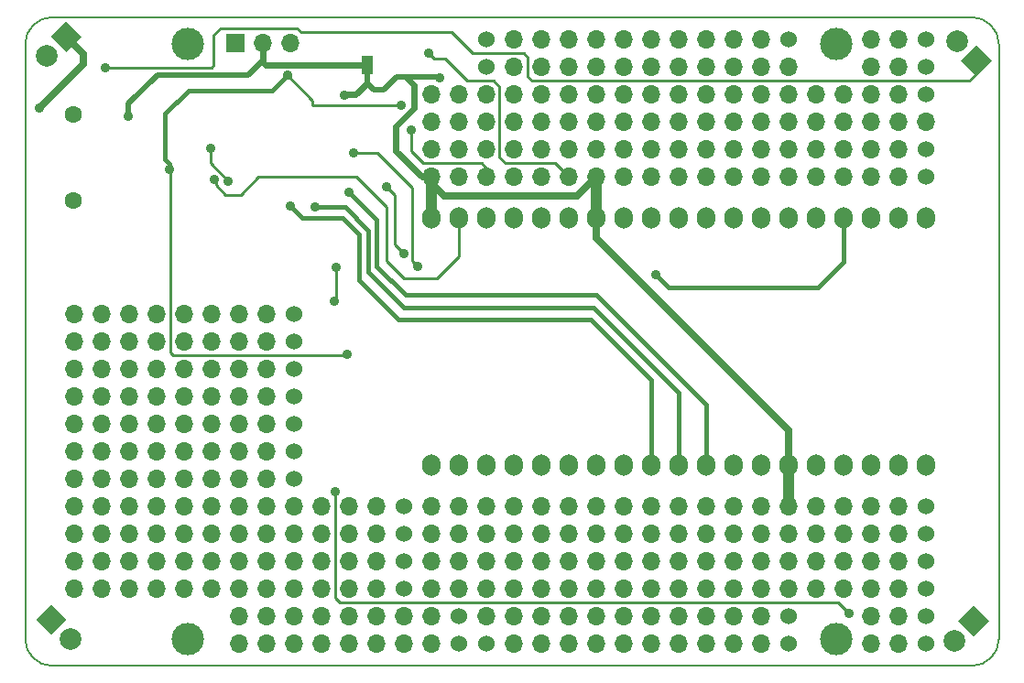
<source format=gbr>
G04 #@! TF.FileFunction,Copper,L2,Bot,Signal*
%FSLAX46Y46*%
G04 Gerber Fmt 4.6, Leading zero omitted, Abs format (unit mm)*
G04 Created by KiCad (PCBNEW (2015-01-16 BZR 5376)-product) date 12-May-17 12:05:33 PM*
%MOMM*%
G01*
G04 APERTURE LIST*
%ADD10C,0.100000*%
%ADD11C,0.150000*%
%ADD12O,1.700000X2.000000*%
%ADD13C,1.524000*%
%ADD14O,1.700000X1.700000*%
%ADD15C,2.000000*%
%ADD16R,1.700000X1.700000*%
%ADD17C,1.600000*%
%ADD18C,3.000000*%
%ADD19R,1.000000X1.700000*%
%ADD20C,0.889000*%
%ADD21C,0.910000*%
%ADD22C,0.254000*%
%ADD23C,0.400000*%
%ADD24C,0.250000*%
%ADD25C,1.000000*%
%ADD26C,0.600000*%
%ADD27C,0.700000*%
%ADD28C,0.500000*%
G04 APERTURE END LIST*
D10*
D11*
X45000000Y-52500000D02*
X45000000Y-107500000D01*
X132500000Y-50000000D02*
X47500000Y-50000000D01*
X135000000Y-107500000D02*
X135000000Y-52500000D01*
X47500000Y-110000000D02*
X132500000Y-110000000D01*
X45000000Y-107500000D02*
G75*
G03X47500000Y-110000000I2500000J0D01*
G01*
X132500000Y-110000000D02*
G75*
G03X135000000Y-107500000I0J2500000D01*
G01*
X135000000Y-52500000D02*
G75*
G03X132500000Y-50000000I-2500000J0D01*
G01*
X47500000Y-50000000D02*
G75*
G03X45000000Y-52500000I0J-2500000D01*
G01*
D12*
X128270000Y-68580000D03*
X125730000Y-68580000D03*
X123190000Y-68580000D03*
X120650000Y-68580000D03*
X118110000Y-68580000D03*
X115570000Y-68580000D03*
X113030000Y-68580000D03*
X110490000Y-68580000D03*
X107950000Y-68580000D03*
X105410000Y-68580000D03*
X102870000Y-68580000D03*
X100330000Y-68580000D03*
X97790000Y-68580000D03*
X95250000Y-68580000D03*
X92710000Y-68580000D03*
X90170000Y-68580000D03*
X87630000Y-68580000D03*
X85090000Y-68580000D03*
X82550000Y-68580000D03*
X82550000Y-91440000D03*
X85090000Y-91440000D03*
X87630000Y-91440000D03*
X90170000Y-91440000D03*
X92710000Y-91440000D03*
X95250000Y-91440000D03*
X97790000Y-91440000D03*
X100330000Y-91440000D03*
X102870000Y-91440000D03*
X105410000Y-91440000D03*
X107950000Y-91440000D03*
X110490000Y-91440000D03*
X113030000Y-91440000D03*
X115570000Y-91440000D03*
X118110000Y-91440000D03*
X120650000Y-91440000D03*
X123190000Y-91440000D03*
X125730000Y-91440000D03*
X128270000Y-91440000D03*
D13*
X87630000Y-52070000D03*
D14*
X90170000Y-52070000D03*
X92710000Y-52070000D03*
D13*
X87630000Y-54610000D03*
D14*
X90170000Y-54610000D03*
X92710000Y-54610000D03*
D13*
X87630000Y-107950000D03*
D14*
X90170000Y-107950000D03*
X92710000Y-107950000D03*
X87630000Y-105410000D03*
X90170000Y-105410000D03*
X92710000Y-105410000D03*
D15*
X49174400Y-107492800D03*
D10*
G36*
X48792563Y-105696749D02*
X47378349Y-107110963D01*
X45964135Y-105696749D01*
X47378349Y-104282535D01*
X48792563Y-105696749D01*
X48792563Y-105696749D01*
G37*
D15*
X130860800Y-107645200D03*
D10*
G36*
X132656851Y-107263363D02*
X131242637Y-105849149D01*
X132656851Y-104434935D01*
X134071065Y-105849149D01*
X132656851Y-107263363D01*
X132656851Y-107263363D01*
G37*
D15*
X131114800Y-52222400D03*
D10*
G36*
X131496637Y-54018451D02*
X132910851Y-52604237D01*
X134325065Y-54018451D01*
X132910851Y-55432665D01*
X131496637Y-54018451D01*
X131496637Y-54018451D01*
G37*
D15*
X46990000Y-53594000D03*
D10*
G36*
X48786051Y-53212163D02*
X47371837Y-51797949D01*
X48786051Y-50383735D01*
X50200265Y-51797949D01*
X48786051Y-53212163D01*
X48786051Y-53212163D01*
G37*
D13*
X85090000Y-107950000D03*
D14*
X82550000Y-107950000D03*
X80010000Y-107950000D03*
X77470000Y-107950000D03*
X74930000Y-107950000D03*
X72390000Y-107950000D03*
X69850000Y-107950000D03*
X67310000Y-107950000D03*
X64770000Y-107950000D03*
D13*
X85090000Y-105410000D03*
D14*
X82550000Y-105410000D03*
X80010000Y-105410000D03*
X77470000Y-105410000D03*
X74930000Y-105410000D03*
X72390000Y-105410000D03*
X69850000Y-105410000D03*
X67310000Y-105410000D03*
X64770000Y-105410000D03*
D13*
X80010000Y-102870000D03*
D14*
X77470000Y-102870000D03*
X74930000Y-102870000D03*
X72390000Y-102870000D03*
X69850000Y-102870000D03*
X67310000Y-102870000D03*
X64770000Y-102870000D03*
X62230000Y-102870000D03*
X59690000Y-102870000D03*
X57150000Y-102870000D03*
X54610000Y-102870000D03*
X52070000Y-102870000D03*
X49530000Y-102870000D03*
D13*
X80010000Y-100330000D03*
D14*
X77470000Y-100330000D03*
X74930000Y-100330000D03*
X72390000Y-100330000D03*
X69850000Y-100330000D03*
X67310000Y-100330000D03*
X64770000Y-100330000D03*
X62230000Y-100330000D03*
X59690000Y-100330000D03*
X57150000Y-100330000D03*
X54610000Y-100330000D03*
X52070000Y-100330000D03*
X49530000Y-100330000D03*
D13*
X80010000Y-97790000D03*
D14*
X77470000Y-97790000D03*
X74930000Y-97790000D03*
X72390000Y-97790000D03*
X69850000Y-97790000D03*
X67310000Y-97790000D03*
X64770000Y-97790000D03*
X62230000Y-97790000D03*
X59690000Y-97790000D03*
X57150000Y-97790000D03*
X54610000Y-97790000D03*
X52070000Y-97790000D03*
X49530000Y-97790000D03*
D13*
X80010000Y-95250000D03*
D14*
X77470000Y-95250000D03*
X74930000Y-95250000D03*
X72390000Y-95250000D03*
X69850000Y-95250000D03*
X67310000Y-95250000D03*
X64770000Y-95250000D03*
X62230000Y-95250000D03*
X59690000Y-95250000D03*
X57150000Y-95250000D03*
X54610000Y-95250000D03*
X52070000Y-95250000D03*
X49530000Y-95250000D03*
D13*
X69850000Y-92710000D03*
D14*
X67310000Y-92710000D03*
X64770000Y-92710000D03*
X62230000Y-92710000D03*
X59690000Y-92710000D03*
X57150000Y-92710000D03*
X54610000Y-92710000D03*
X52070000Y-92710000D03*
X49530000Y-92710000D03*
D13*
X69850000Y-90170000D03*
D14*
X67310000Y-90170000D03*
X64770000Y-90170000D03*
X62230000Y-90170000D03*
X59690000Y-90170000D03*
X57150000Y-90170000D03*
X54610000Y-90170000D03*
X52070000Y-90170000D03*
X49530000Y-90170000D03*
D13*
X69850000Y-87630000D03*
D14*
X67310000Y-87630000D03*
X64770000Y-87630000D03*
X62230000Y-87630000D03*
X59690000Y-87630000D03*
X57150000Y-87630000D03*
X54610000Y-87630000D03*
X52070000Y-87630000D03*
X49530000Y-87630000D03*
D13*
X69850000Y-85090000D03*
D14*
X67310000Y-85090000D03*
X64770000Y-85090000D03*
X62230000Y-85090000D03*
X59690000Y-85090000D03*
X57150000Y-85090000D03*
X54610000Y-85090000D03*
X52070000Y-85090000D03*
X49530000Y-85090000D03*
D13*
X69850000Y-82550000D03*
D14*
X67310000Y-82550000D03*
X64770000Y-82550000D03*
X62230000Y-82550000D03*
X59690000Y-82550000D03*
X57150000Y-82550000D03*
X54610000Y-82550000D03*
X52070000Y-82550000D03*
X49530000Y-82550000D03*
D13*
X69850000Y-80010000D03*
D14*
X67310000Y-80010000D03*
X64770000Y-80010000D03*
X62230000Y-80010000D03*
X59690000Y-80010000D03*
X57150000Y-80010000D03*
X54610000Y-80010000D03*
X52070000Y-80010000D03*
X49530000Y-80010000D03*
D13*
X69850000Y-77470000D03*
D14*
X67310000Y-77470000D03*
X64770000Y-77470000D03*
X62230000Y-77470000D03*
X59690000Y-77470000D03*
X57150000Y-77470000D03*
X54610000Y-77470000D03*
X52070000Y-77470000D03*
X49530000Y-77470000D03*
D13*
X128270000Y-107950000D03*
D14*
X125730000Y-107950000D03*
X123190000Y-107950000D03*
D13*
X128270000Y-105410000D03*
D14*
X125730000Y-105410000D03*
X123190000Y-105410000D03*
D13*
X115570000Y-107950000D03*
D14*
X113030000Y-107950000D03*
X110490000Y-107950000D03*
X107950000Y-107950000D03*
X105410000Y-107950000D03*
X102870000Y-107950000D03*
X100330000Y-107950000D03*
X97790000Y-107950000D03*
X95250000Y-107950000D03*
D13*
X115570000Y-105410000D03*
D14*
X113030000Y-105410000D03*
X110490000Y-105410000D03*
X107950000Y-105410000D03*
X105410000Y-105410000D03*
X102870000Y-105410000D03*
X100330000Y-105410000D03*
X97790000Y-105410000D03*
X95250000Y-105410000D03*
D13*
X128270000Y-102870000D03*
D14*
X125730000Y-102870000D03*
X123190000Y-102870000D03*
X120650000Y-102870000D03*
X118110000Y-102870000D03*
X115570000Y-102870000D03*
X113030000Y-102870000D03*
X110490000Y-102870000D03*
X107950000Y-102870000D03*
X105410000Y-102870000D03*
X102870000Y-102870000D03*
X100330000Y-102870000D03*
X97790000Y-102870000D03*
X95250000Y-102870000D03*
X92710000Y-102870000D03*
X90170000Y-102870000D03*
X87630000Y-102870000D03*
X85090000Y-102870000D03*
X82550000Y-102870000D03*
D13*
X128270000Y-100330000D03*
D14*
X125730000Y-100330000D03*
X123190000Y-100330000D03*
X120650000Y-100330000D03*
X118110000Y-100330000D03*
X115570000Y-100330000D03*
X113030000Y-100330000D03*
X110490000Y-100330000D03*
X107950000Y-100330000D03*
X105410000Y-100330000D03*
X102870000Y-100330000D03*
X100330000Y-100330000D03*
X97790000Y-100330000D03*
X95250000Y-100330000D03*
X92710000Y-100330000D03*
X90170000Y-100330000D03*
X87630000Y-100330000D03*
X85090000Y-100330000D03*
X82550000Y-100330000D03*
D13*
X128270000Y-97790000D03*
D14*
X125730000Y-97790000D03*
X123190000Y-97790000D03*
X120650000Y-97790000D03*
X118110000Y-97790000D03*
X115570000Y-97790000D03*
X113030000Y-97790000D03*
X110490000Y-97790000D03*
X107950000Y-97790000D03*
X105410000Y-97790000D03*
X102870000Y-97790000D03*
X100330000Y-97790000D03*
X97790000Y-97790000D03*
X95250000Y-97790000D03*
X92710000Y-97790000D03*
X90170000Y-97790000D03*
X87630000Y-97790000D03*
X85090000Y-97790000D03*
X82550000Y-97790000D03*
D13*
X128270000Y-95250000D03*
D14*
X125730000Y-95250000D03*
X123190000Y-95250000D03*
X120650000Y-95250000D03*
X118110000Y-95250000D03*
X115570000Y-95250000D03*
X113030000Y-95250000D03*
X110490000Y-95250000D03*
X107950000Y-95250000D03*
X105410000Y-95250000D03*
X102870000Y-95250000D03*
X100330000Y-95250000D03*
X97790000Y-95250000D03*
X95250000Y-95250000D03*
X92710000Y-95250000D03*
X90170000Y-95250000D03*
X87630000Y-95250000D03*
X85090000Y-95250000D03*
X82550000Y-95250000D03*
D13*
X128270000Y-64770000D03*
D14*
X125730000Y-64770000D03*
X123190000Y-64770000D03*
X120650000Y-64770000D03*
X118110000Y-64770000D03*
X115570000Y-64770000D03*
X113030000Y-64770000D03*
X110490000Y-64770000D03*
X107950000Y-64770000D03*
X105410000Y-64770000D03*
X102870000Y-64770000D03*
X100330000Y-64770000D03*
X97790000Y-64770000D03*
X95250000Y-64770000D03*
X92710000Y-64770000D03*
X90170000Y-64770000D03*
X87630000Y-64770000D03*
X85090000Y-64770000D03*
X82550000Y-64770000D03*
D13*
X128270000Y-62230000D03*
D14*
X125730000Y-62230000D03*
X123190000Y-62230000D03*
X120650000Y-62230000D03*
X118110000Y-62230000D03*
X115570000Y-62230000D03*
X113030000Y-62230000D03*
X110490000Y-62230000D03*
X107950000Y-62230000D03*
X105410000Y-62230000D03*
X102870000Y-62230000D03*
X100330000Y-62230000D03*
X97790000Y-62230000D03*
X95250000Y-62230000D03*
X92710000Y-62230000D03*
X90170000Y-62230000D03*
X87630000Y-62230000D03*
X85090000Y-62230000D03*
X82550000Y-62230000D03*
X128270000Y-59690000D03*
X125730000Y-59690000D03*
X123190000Y-59690000D03*
X120650000Y-59690000D03*
X118110000Y-59690000D03*
X115570000Y-59690000D03*
X113030000Y-59690000D03*
X110490000Y-59690000D03*
X107950000Y-59690000D03*
X105410000Y-59690000D03*
X102870000Y-59690000D03*
X100330000Y-59690000D03*
X97790000Y-59690000D03*
X95250000Y-59690000D03*
X92710000Y-59690000D03*
X90170000Y-59690000D03*
X87630000Y-59690000D03*
X85090000Y-59690000D03*
X82550000Y-59690000D03*
D13*
X128270000Y-54610000D03*
D14*
X125730000Y-54610000D03*
X123190000Y-54610000D03*
D13*
X128270000Y-52070000D03*
D14*
X125730000Y-52070000D03*
X123190000Y-52070000D03*
D13*
X128270000Y-57150000D03*
D14*
X125730000Y-57150000D03*
X123190000Y-57150000D03*
X120650000Y-57150000D03*
X118110000Y-57150000D03*
X115570000Y-57150000D03*
X113030000Y-57150000D03*
X110490000Y-57150000D03*
X107950000Y-57150000D03*
X105410000Y-57150000D03*
X102870000Y-57150000D03*
X100330000Y-57150000D03*
X97790000Y-57150000D03*
X95250000Y-57150000D03*
X92710000Y-57150000D03*
X90170000Y-57150000D03*
X87630000Y-57150000D03*
X85090000Y-57150000D03*
X82550000Y-57150000D03*
D13*
X115570000Y-52070000D03*
D14*
X113030000Y-52070000D03*
X110490000Y-52070000D03*
X107950000Y-52070000D03*
X105410000Y-52070000D03*
X102870000Y-52070000D03*
X100330000Y-52070000D03*
X97790000Y-52070000D03*
X95250000Y-52070000D03*
X115570000Y-54610000D03*
X113030000Y-54610000D03*
X110490000Y-54610000D03*
X107950000Y-54610000D03*
X105410000Y-54610000D03*
X102870000Y-54610000D03*
X100330000Y-54610000D03*
X97790000Y-54610000D03*
X95250000Y-54610000D03*
D16*
X64414400Y-52425600D03*
D14*
X66954400Y-52425600D03*
X69494400Y-52425600D03*
D17*
X49436000Y-58976000D03*
X49436000Y-66976000D03*
D18*
X120000000Y-107500000D03*
X60000000Y-107500000D03*
X120000000Y-52500000D03*
X60000000Y-52500000D03*
D19*
X76606400Y-54457600D03*
D20*
X74726800Y-81178400D03*
X58369200Y-64058800D03*
D21*
X69215000Y-55372000D03*
D20*
X79756000Y-58115200D03*
X83312000Y-55575200D03*
X74523600Y-57200800D03*
X54559200Y-59131200D03*
X46278800Y-58420000D03*
X52374800Y-54660800D03*
X73761600Y-73152000D03*
X73558400Y-76301600D03*
X73660000Y-93878400D03*
X121158000Y-105156000D03*
D21*
X103251000Y-73787000D03*
D20*
X75336400Y-62534800D03*
D21*
X81280000Y-73025000D03*
X69469000Y-67437000D03*
X71755000Y-67564000D03*
X74930000Y-66167000D03*
X82296000Y-53340000D03*
X80645000Y-60452000D03*
X80010000Y-71882000D03*
X78359000Y-65659000D03*
X62484000Y-65024000D03*
X62103000Y-62103000D03*
X63754000Y-65151000D03*
D22*
X74726800Y-81178400D02*
X74625200Y-81280000D01*
X74625200Y-81280000D02*
X58674000Y-81280000D01*
X58674000Y-81280000D02*
X58420000Y-81026000D01*
X58420000Y-81026000D02*
X58420000Y-64109600D01*
X58420000Y-64109600D02*
X58369200Y-64058800D01*
D23*
X69215000Y-55372000D02*
X67818000Y-56769000D01*
X58369200Y-64058800D02*
X58369200Y-63576200D01*
X60071000Y-56769000D02*
X66167000Y-56769000D01*
X57912000Y-58928000D02*
X60071000Y-56769000D01*
X57912000Y-63119000D02*
X57912000Y-58928000D01*
X58369200Y-63576200D02*
X57912000Y-63119000D01*
X67818000Y-56769000D02*
X66167000Y-56769000D01*
D24*
X71577200Y-57734200D02*
X69215000Y-55372000D01*
D22*
X71577200Y-58166000D02*
X78130400Y-58166000D01*
X78130400Y-58166000D02*
X78181200Y-58115200D01*
X78181200Y-58115200D02*
X79756000Y-58115200D01*
D24*
X71577200Y-58166000D02*
X71577200Y-57734200D01*
D25*
X97790000Y-68580000D02*
X97790000Y-64770000D01*
X115570000Y-91440000D02*
X115570000Y-95250000D01*
X82550000Y-64770000D02*
X82550000Y-68580000D01*
D26*
X67259200Y-54457600D02*
X66954400Y-54152800D01*
X66954400Y-54152800D02*
X66954400Y-52425600D01*
X76606400Y-54457600D02*
X67259200Y-54457600D01*
D27*
X83718400Y-66548000D02*
X96012000Y-66548000D01*
X96012000Y-66548000D02*
X97790000Y-64770000D01*
X82550000Y-65379600D02*
X83718400Y-66548000D01*
X82550000Y-64770000D02*
X82550000Y-65379600D01*
D28*
X78181200Y-56692800D02*
X77216000Y-56692800D01*
X79349600Y-55524400D02*
X78181200Y-56692800D01*
X80162400Y-55524400D02*
X79349600Y-55524400D01*
X77216000Y-56692800D02*
X76606400Y-56083200D01*
X76606400Y-56083200D02*
X76606400Y-54457600D01*
X83261200Y-55524400D02*
X80162400Y-55524400D01*
X83312000Y-55575200D02*
X83261200Y-55524400D01*
D26*
X75539600Y-57150000D02*
X76606400Y-56083200D01*
X74574400Y-57150000D02*
X75539600Y-57150000D01*
X74523600Y-57200800D02*
X74574400Y-57150000D01*
D27*
X97790000Y-70408800D02*
X115570000Y-88188800D01*
X115570000Y-88188800D02*
X115570000Y-91440000D01*
X97790000Y-68580000D02*
X97790000Y-70408800D01*
D28*
X66954400Y-54000400D02*
X65633600Y-55321200D01*
X65633600Y-55321200D02*
X57251600Y-55321200D01*
X57251600Y-55321200D02*
X54559200Y-58013600D01*
X54559200Y-58013600D02*
X54559200Y-59131200D01*
X66954400Y-52425600D02*
X66954400Y-54000400D01*
D26*
X81661000Y-64770000D02*
X79248000Y-62357000D01*
X79248000Y-62357000D02*
X79248000Y-60071000D01*
X79248000Y-60071000D02*
X80899000Y-58420000D01*
X80899000Y-58420000D02*
X80899000Y-56261000D01*
X80899000Y-56261000D02*
X80162400Y-55524400D01*
X82550000Y-64770000D02*
X81661000Y-64770000D01*
D27*
X46278800Y-58420000D02*
X50393600Y-54305200D01*
X50393600Y-54305200D02*
X50393600Y-53405498D01*
X50393600Y-53405498D02*
X48786051Y-51797949D01*
D22*
X132910851Y-55252349D02*
X132910851Y-54018451D01*
D24*
X93345000Y-55880000D02*
X91821000Y-55880000D01*
X86360000Y-53340000D02*
X84709000Y-51689000D01*
X84709000Y-51689000D02*
X84429600Y-51409600D01*
X91059000Y-53340000D02*
X86360000Y-53340000D01*
X91440000Y-53721000D02*
X91059000Y-53340000D01*
X91440000Y-55499000D02*
X91440000Y-53721000D01*
X91821000Y-55880000D02*
X91440000Y-55499000D01*
X95377000Y-55880000D02*
X93345000Y-55880000D01*
D22*
X132910851Y-55252349D02*
X132283200Y-55880000D01*
X129489200Y-55880000D02*
X132283200Y-55880000D01*
X125984000Y-55880000D02*
X129489200Y-55880000D01*
X119075200Y-55880000D02*
X125984000Y-55880000D01*
X95377000Y-55880000D02*
X119075200Y-55880000D01*
D24*
X84709000Y-51689000D02*
X84429600Y-51409600D01*
D22*
X70510400Y-51409600D02*
X70104000Y-51003200D01*
X70104000Y-51003200D02*
X63042800Y-51003200D01*
X63042800Y-51003200D02*
X62433200Y-51612800D01*
X62433200Y-51612800D02*
X62433200Y-54457600D01*
X62433200Y-54457600D02*
X62230000Y-54660800D01*
X62230000Y-54660800D02*
X52374800Y-54660800D01*
D24*
X84429600Y-51409600D02*
X70510400Y-51409600D01*
D22*
X73761600Y-76098400D02*
X73761600Y-73152000D01*
X73558400Y-76301600D02*
X73761600Y-76098400D01*
X73660000Y-103682800D02*
X73660000Y-93878400D01*
X74117200Y-104140000D02*
X73660000Y-103682800D01*
X120142000Y-104140000D02*
X74117200Y-104140000D01*
X121158000Y-105156000D02*
X120142000Y-104140000D01*
D23*
X106553000Y-74980800D02*
X118313200Y-74980800D01*
D22*
X106527600Y-74980800D02*
X106553000Y-74980800D01*
D23*
X118313200Y-74980800D02*
X120650000Y-72644000D01*
X120650000Y-72644000D02*
X120650000Y-68580000D01*
X104444800Y-74980800D02*
X103251000Y-73787000D01*
X106553000Y-74980800D02*
X104444800Y-74980800D01*
D24*
X81280000Y-73025000D02*
X80772000Y-72517000D01*
X80772000Y-72517000D02*
X80772000Y-65786000D01*
X80772000Y-65786000D02*
X77520800Y-62534800D01*
X77520800Y-62534800D02*
X75336400Y-62534800D01*
D23*
X102870000Y-83566000D02*
X97282000Y-77978000D01*
X97282000Y-77978000D02*
X79502000Y-77978000D01*
X79502000Y-77978000D02*
X75819000Y-74295000D01*
X75819000Y-70358000D02*
X75819000Y-70231000D01*
X75819000Y-74295000D02*
X75819000Y-70358000D01*
X102870000Y-91440000D02*
X102870000Y-83566000D01*
X75819000Y-70104000D02*
X74295000Y-68580000D01*
X74295000Y-68580000D02*
X70612000Y-68580000D01*
X70612000Y-68580000D02*
X69469000Y-67437000D01*
X75819000Y-70358000D02*
X75819000Y-70104000D01*
X105410000Y-84709000D02*
X97536000Y-76835000D01*
X97536000Y-76835000D02*
X80010000Y-76835000D01*
X80010000Y-76835000D02*
X76708000Y-73533000D01*
X76708000Y-70358000D02*
X76708000Y-70231000D01*
X76708000Y-73533000D02*
X76708000Y-70358000D01*
X105410000Y-91440000D02*
X105410000Y-84709000D01*
X76708000Y-69723000D02*
X74549000Y-67564000D01*
X74549000Y-67564000D02*
X71755000Y-67564000D01*
X76708000Y-70358000D02*
X76708000Y-69723000D01*
X77470000Y-68707000D02*
X74930000Y-66167000D01*
X107950000Y-91440000D02*
X107950000Y-85852000D01*
X77470000Y-73025000D02*
X77470000Y-70231000D01*
X80137000Y-75692000D02*
X77470000Y-73025000D01*
X97790000Y-75692000D02*
X80137000Y-75692000D01*
X107950000Y-85852000D02*
X97790000Y-75692000D01*
X77470000Y-70231000D02*
X77470000Y-68707000D01*
D22*
X88849200Y-56438800D02*
X88849200Y-56642000D01*
X89408000Y-63500000D02*
X93980000Y-63500000D01*
X88849200Y-62941200D02*
X89408000Y-63500000D01*
X88849200Y-56642000D02*
X88849200Y-62941200D01*
X93980000Y-63500000D02*
X95250000Y-64770000D01*
D24*
X82804000Y-53848000D02*
X82296000Y-53340000D01*
X87503000Y-55880000D02*
X85852000Y-55880000D01*
X88849200Y-56464200D02*
X88265000Y-55880000D01*
X88265000Y-55880000D02*
X87503000Y-55880000D01*
X88849200Y-56464200D02*
X88849200Y-56642000D01*
X85852000Y-55880000D02*
X83820000Y-53848000D01*
X83820000Y-53848000D02*
X82804000Y-53848000D01*
D22*
X87172800Y-63500000D02*
X82169000Y-63500000D01*
X87630000Y-63957200D02*
X87172800Y-63500000D01*
X87630000Y-64770000D02*
X87630000Y-63957200D01*
D24*
X81788000Y-63500000D02*
X80645000Y-62357000D01*
X80645000Y-62357000D02*
X80645000Y-60452000D01*
X82169000Y-63500000D02*
X81788000Y-63500000D01*
X80010000Y-71882000D02*
X79121000Y-70993000D01*
X79121000Y-70993000D02*
X79121000Y-68072000D01*
X79121000Y-68072000D02*
X79121000Y-67945000D01*
X79121000Y-66421000D02*
X78359000Y-65659000D01*
X79121000Y-68072000D02*
X79121000Y-66421000D01*
X62611000Y-65151000D02*
X62484000Y-65024000D01*
X85090000Y-68580000D02*
X85090000Y-72136000D01*
X63500000Y-66421000D02*
X62611000Y-65532000D01*
X64897000Y-66421000D02*
X63500000Y-66421000D01*
X66548000Y-64770000D02*
X64897000Y-66421000D01*
X75565000Y-64770000D02*
X66548000Y-64770000D01*
X78359000Y-67564000D02*
X75565000Y-64770000D01*
X78359000Y-72517000D02*
X78359000Y-67564000D01*
X80010000Y-74168000D02*
X78359000Y-72517000D01*
X83058000Y-74168000D02*
X80010000Y-74168000D01*
X85090000Y-72136000D02*
X83058000Y-74168000D01*
X62611000Y-65532000D02*
X62611000Y-65151000D01*
X63754000Y-65151000D02*
X62103000Y-63500000D01*
X62103000Y-63500000D02*
X62103000Y-62103000D01*
M02*

</source>
